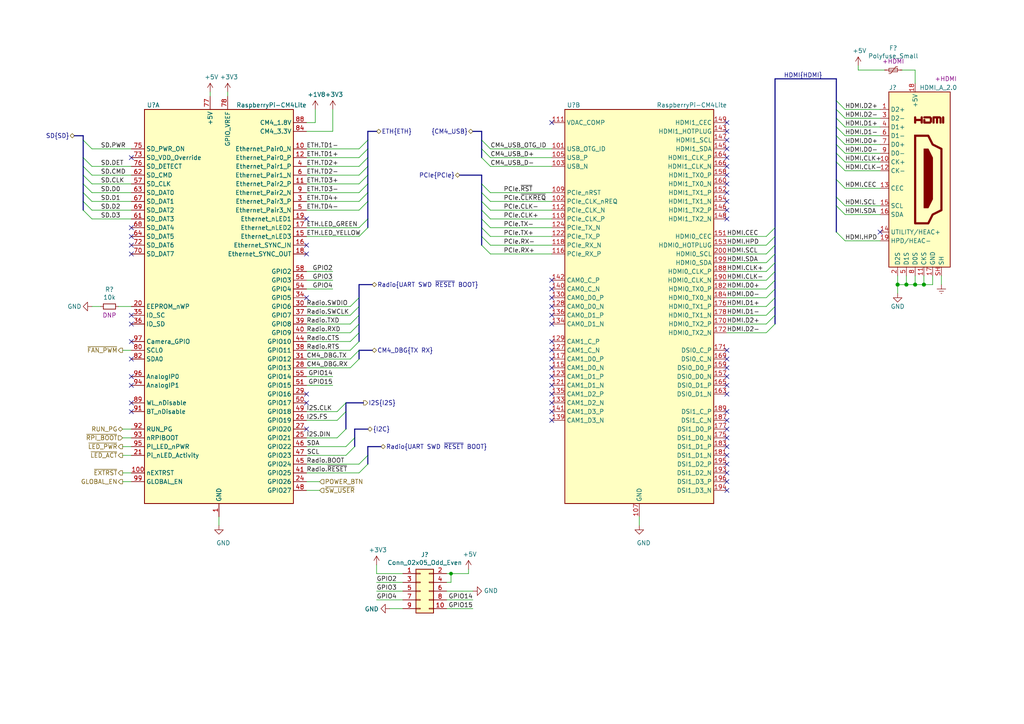
<source format=kicad_sch>
(kicad_sch (version 20201015) (generator eeschema)
  (paper "A4")
  (bus_alias "PCIe" (members "~RST" "~CLKREQ" "CLK+" "CLK-" "TX+" "TX-" "RX+" "RX-"))
  (bus_alias "HDMI" (members "D0+" "D0-" "D1+" "D1-" "D2+" "D2-" "CLK+" "CLK-" "CEC" "HPD" "SDA" "SCL"))
  (bus_alias "SD" (members "D[0..3]" "CMD" "CLK" "PWR" "DET"))
  (bus_alias "UART" (members "TXD" "RXD" "CTS" "RTS"))
  (junction (at 130.81 166.37) (diameter 0.9144))
  (junction (at 260.35 82.55) (diameter 1.016))
  (junction (at 262.89 82.55) (diameter 1.016))
  (junction (at 265.43 82.55) (diameter 1.016))
  (junction (at 267.97 82.55) (diameter 1.016))
  (no_connect (at 38.1 109.22))
  (no_connect (at 38.1 45.72))
  (no_connect (at 210.82 142.24))
  (no_connect (at 160.02 101.6))
  (no_connect (at 210.82 137.16))
  (no_connect (at 210.82 43.18))
  (no_connect (at 88.9 116.84))
  (no_connect (at 88.9 63.5))
  (no_connect (at 160.02 111.76))
  (no_connect (at 210.82 114.3))
  (no_connect (at 38.1 119.38))
  (no_connect (at 160.02 119.38))
  (no_connect (at 210.82 127))
  (no_connect (at 210.82 104.14))
  (no_connect (at 160.02 106.68))
  (no_connect (at 210.82 134.62))
  (no_connect (at 38.1 71.12))
  (no_connect (at 88.9 73.66))
  (no_connect (at 210.82 55.88))
  (no_connect (at 160.02 91.44))
  (no_connect (at 210.82 53.34))
  (no_connect (at 210.82 58.42))
  (no_connect (at 210.82 106.68))
  (no_connect (at 38.1 99.06))
  (no_connect (at 38.1 91.44))
  (no_connect (at 88.9 71.12))
  (no_connect (at 210.82 101.6))
  (no_connect (at 160.02 104.14))
  (no_connect (at 160.02 114.3))
  (no_connect (at 38.1 66.04))
  (no_connect (at 210.82 129.54))
  (no_connect (at 160.02 35.56))
  (no_connect (at 38.1 73.66))
  (no_connect (at 210.82 139.7))
  (no_connect (at 38.1 93.98))
  (no_connect (at 210.82 124.46))
  (no_connect (at 210.82 35.56))
  (no_connect (at 210.82 63.5))
  (no_connect (at 160.02 109.22))
  (no_connect (at 38.1 111.76))
  (no_connect (at 210.82 60.96))
  (no_connect (at 160.02 93.98))
  (no_connect (at 255.27 67.31))
  (no_connect (at 38.1 68.58))
  (no_connect (at 210.82 40.64))
  (no_connect (at 210.82 50.8))
  (no_connect (at 160.02 86.36))
  (no_connect (at 160.02 88.9))
  (no_connect (at 160.02 83.82))
  (no_connect (at 88.9 124.46))
  (no_connect (at 160.02 116.84))
  (no_connect (at 38.1 104.14))
  (no_connect (at 210.82 48.26))
  (no_connect (at 210.82 132.08))
  (no_connect (at 88.9 86.36))
  (no_connect (at 210.82 45.72))
  (no_connect (at 88.9 114.3))
  (no_connect (at 210.82 111.76))
  (no_connect (at 210.82 109.22))
  (no_connect (at 210.82 38.1))
  (no_connect (at 160.02 81.28))
  (no_connect (at 160.02 121.92))
  (no_connect (at 160.02 99.06))
  (no_connect (at 210.82 119.38))
  (no_connect (at 38.1 116.84))
  (no_connect (at 210.82 121.92))
  (bus_entry (at 24.13 40.64) (size 2.54 2.54) (stroke (width 0.1524)))
  (bus_entry (at 24.13 45.72) (size 2.54 2.54) (stroke (width 0.1524)))
  (bus_entry (at 24.13 48.26) (size 2.54 2.54) (stroke (width 0.1524)))
  (bus_entry (at 24.13 50.8) (size 2.54 2.54) (stroke (width 0.1524)))
  (bus_entry (at 24.13 53.34) (size 2.54 2.54) (stroke (width 0.1524)))
  (bus_entry (at 24.13 55.88) (size 2.54 2.54) (stroke (width 0.1524)))
  (bus_entry (at 24.13 58.42) (size 2.54 2.54) (stroke (width 0.1524)))
  (bus_entry (at 24.13 60.96) (size 2.54 2.54) (stroke (width 0.1524)))
  (bus_entry (at 100.33 116.84) (size -2.54 2.54) (stroke (width 0.1524)))
  (bus_entry (at 100.33 119.38) (size -2.54 2.54) (stroke (width 0.1524)))
  (bus_entry (at 100.33 124.46) (size -2.54 2.54) (stroke (width 0.1524)))
  (bus_entry (at 102.87 127) (size -2.54 2.54) (stroke (width 0.1524)))
  (bus_entry (at 102.87 129.54) (size -2.54 2.54) (stroke (width 0.1524)))
  (bus_entry (at 104.14 43.18) (size 2.54 -2.54) (stroke (width 0.1524)))
  (bus_entry (at 104.14 45.72) (size 2.54 -2.54) (stroke (width 0.1524)))
  (bus_entry (at 104.14 48.26) (size 2.54 -2.54) (stroke (width 0.1524)))
  (bus_entry (at 104.14 50.8) (size 2.54 -2.54) (stroke (width 0.1524)))
  (bus_entry (at 104.14 53.34) (size 2.54 -2.54) (stroke (width 0.1524)))
  (bus_entry (at 104.14 55.88) (size 2.54 -2.54) (stroke (width 0.1524)))
  (bus_entry (at 104.14 58.42) (size 2.54 -2.54) (stroke (width 0.1524)))
  (bus_entry (at 104.14 60.96) (size 2.54 -2.54) (stroke (width 0.1524)))
  (bus_entry (at 104.14 66.04) (size 2.54 -2.54) (stroke (width 0.1524)))
  (bus_entry (at 104.14 68.58) (size 2.54 -2.54) (stroke (width 0.1524)))
  (bus_entry (at 104.14 86.36) (size -2.54 2.54) (stroke (width 0.1524)))
  (bus_entry (at 104.14 88.9) (size -2.54 2.54) (stroke (width 0.1524)))
  (bus_entry (at 104.14 91.44) (size -2.54 2.54) (stroke (width 0.1524)))
  (bus_entry (at 104.14 93.98) (size -2.54 2.54) (stroke (width 0.1524)))
  (bus_entry (at 104.14 96.52) (size -2.54 2.54) (stroke (width 0.1524)))
  (bus_entry (at 104.14 99.06) (size -2.54 2.54) (stroke (width 0.1524)))
  (bus_entry (at 104.14 101.6) (size -2.54 2.54) (stroke (width 0.1524)))
  (bus_entry (at 104.14 104.14) (size -2.54 2.54) (stroke (width 0.1524)))
  (bus_entry (at 106.68 132.08) (size -2.54 2.54) (stroke (width 0.1524)))
  (bus_entry (at 106.68 134.62) (size -2.54 2.54) (stroke (width 0.1524)))
  (bus_entry (at 139.7 40.64) (size 2.54 2.54) (stroke (width 0.1524)))
  (bus_entry (at 139.7 43.18) (size 2.54 2.54) (stroke (width 0.1524)))
  (bus_entry (at 139.7 45.72) (size 2.54 2.54) (stroke (width 0.1524)))
  (bus_entry (at 139.7 53.34) (size 2.54 2.54) (stroke (width 0.1524)))
  (bus_entry (at 139.7 55.88) (size 2.54 2.54) (stroke (width 0.1524)))
  (bus_entry (at 139.7 58.42) (size 2.54 2.54) (stroke (width 0.1524)))
  (bus_entry (at 139.7 60.96) (size 2.54 2.54) (stroke (width 0.1524)))
  (bus_entry (at 139.7 63.5) (size 2.54 2.54) (stroke (width 0.1524)))
  (bus_entry (at 139.7 66.04) (size 2.54 2.54) (stroke (width 0.1524)))
  (bus_entry (at 139.7 68.58) (size 2.54 2.54) (stroke (width 0.1524)))
  (bus_entry (at 139.7 71.12) (size 2.54 2.54) (stroke (width 0.1524)))
  (bus_entry (at 224.79 66.04) (size -2.54 2.54) (stroke (width 0.1524)))
  (bus_entry (at 224.79 68.58) (size -2.54 2.54) (stroke (width 0.1524)))
  (bus_entry (at 224.79 71.12) (size -2.54 2.54) (stroke (width 0.1524)))
  (bus_entry (at 224.79 73.66) (size -2.54 2.54) (stroke (width 0.1524)))
  (bus_entry (at 224.79 76.2) (size -2.54 2.54) (stroke (width 0.1524)))
  (bus_entry (at 224.79 78.74) (size -2.54 2.54) (stroke (width 0.1524)))
  (bus_entry (at 224.79 81.28) (size -2.54 2.54) (stroke (width 0.1524)))
  (bus_entry (at 224.79 83.82) (size -2.54 2.54) (stroke (width 0.1524)))
  (bus_entry (at 224.79 86.36) (size -2.54 2.54) (stroke (width 0.1524)))
  (bus_entry (at 224.79 88.9) (size -2.54 2.54) (stroke (width 0.1524)))
  (bus_entry (at 224.79 91.44) (size -2.54 2.54) (stroke (width 0.1524)))
  (bus_entry (at 224.79 93.98) (size -2.54 2.54) (stroke (width 0.1524)))
  (bus_entry (at 242.57 29.21) (size 2.54 2.54) (stroke (width 0.1524)))
  (bus_entry (at 242.57 31.75) (size 2.54 2.54) (stroke (width 0.1524)))
  (bus_entry (at 242.57 34.29) (size 2.54 2.54) (stroke (width 0.1524)))
  (bus_entry (at 242.57 36.83) (size 2.54 2.54) (stroke (width 0.1524)))
  (bus_entry (at 242.57 39.37) (size 2.54 2.54) (stroke (width 0.1524)))
  (bus_entry (at 242.57 41.91) (size 2.54 2.54) (stroke (width 0.1524)))
  (bus_entry (at 242.57 44.45) (size 2.54 2.54) (stroke (width 0.1524)))
  (bus_entry (at 242.57 46.99) (size 2.54 2.54) (stroke (width 0.1524)))
  (bus_entry (at 242.57 52.07) (size 2.54 2.54) (stroke (width 0.1524)))
  (bus_entry (at 242.57 57.15) (size 2.54 2.54) (stroke (width 0.1524)))
  (bus_entry (at 242.57 59.69) (size 2.54 2.54) (stroke (width 0.1524)))
  (bus_entry (at 242.57 67.31) (size 2.54 2.54) (stroke (width 0.1524)))
  (wire (pts (xy 26.67 43.18) (xy 38.1 43.18)))
  (wire (pts (xy 26.67 48.26) (xy 38.1 48.26)))
  (wire (pts (xy 26.67 50.8) (xy 38.1 50.8)))
  (wire (pts (xy 26.67 53.34) (xy 38.1 53.34)))
  (wire (pts (xy 26.67 55.88) (xy 38.1 55.88)))
  (wire (pts (xy 26.67 58.42) (xy 38.1 58.42)))
  (wire (pts (xy 26.67 60.96) (xy 38.1 60.96)))
  (wire (pts (xy 26.67 63.5) (xy 38.1 63.5)))
  (wire (pts (xy 26.67 88.9) (xy 29.21 88.9)))
  (wire (pts (xy 34.29 88.9) (xy 38.1 88.9)))
  (wire (pts (xy 35.56 101.6) (xy 38.1 101.6)))
  (wire (pts (xy 35.56 124.46) (xy 38.1 124.46)))
  (wire (pts (xy 35.56 127) (xy 38.1 127)))
  (wire (pts (xy 35.56 129.54) (xy 38.1 129.54)))
  (wire (pts (xy 35.56 132.08) (xy 38.1 132.08)))
  (wire (pts (xy 35.56 137.16) (xy 38.1 137.16)))
  (wire (pts (xy 35.56 139.7) (xy 38.1 139.7)))
  (wire (pts (xy 60.96 26.67) (xy 60.96 27.94)))
  (wire (pts (xy 63.5 149.86) (xy 63.5 152.4)))
  (wire (pts (xy 66.04 26.67) (xy 66.04 27.94)))
  (wire (pts (xy 88.9 35.56) (xy 91.44 35.56)))
  (wire (pts (xy 88.9 38.1) (xy 96.52 38.1)))
  (wire (pts (xy 88.9 43.18) (xy 104.14 43.18)))
  (wire (pts (xy 88.9 45.72) (xy 104.14 45.72)))
  (wire (pts (xy 88.9 48.26) (xy 104.14 48.26)))
  (wire (pts (xy 88.9 50.8) (xy 104.14 50.8)))
  (wire (pts (xy 88.9 53.34) (xy 104.14 53.34)))
  (wire (pts (xy 88.9 55.88) (xy 104.14 55.88)))
  (wire (pts (xy 88.9 58.42) (xy 104.14 58.42)))
  (wire (pts (xy 88.9 60.96) (xy 104.14 60.96)))
  (wire (pts (xy 88.9 66.04) (xy 104.14 66.04)))
  (wire (pts (xy 88.9 68.58) (xy 104.14 68.58)))
  (wire (pts (xy 88.9 88.9) (xy 101.6 88.9)))
  (wire (pts (xy 88.9 91.44) (xy 101.6 91.44)))
  (wire (pts (xy 88.9 93.98) (xy 101.6 93.98)))
  (wire (pts (xy 88.9 96.52) (xy 101.6 96.52)))
  (wire (pts (xy 88.9 99.06) (xy 101.6 99.06)))
  (wire (pts (xy 88.9 101.6) (xy 101.6 101.6)))
  (wire (pts (xy 88.9 104.14) (xy 101.6 104.14)))
  (wire (pts (xy 88.9 106.68) (xy 101.6 106.68)))
  (wire (pts (xy 88.9 109.22) (xy 96.52 109.22)))
  (wire (pts (xy 88.9 111.76) (xy 96.52 111.76)))
  (wire (pts (xy 88.9 119.38) (xy 97.79 119.38)))
  (wire (pts (xy 88.9 121.92) (xy 97.79 121.92)))
  (wire (pts (xy 88.9 127) (xy 97.79 127)))
  (wire (pts (xy 88.9 129.54) (xy 100.33 129.54)))
  (wire (pts (xy 88.9 132.08) (xy 100.33 132.08)))
  (wire (pts (xy 88.9 134.62) (xy 104.14 134.62)))
  (wire (pts (xy 88.9 137.16) (xy 104.14 137.16)))
  (wire (pts (xy 88.9 139.7) (xy 92.71 139.7)))
  (wire (pts (xy 88.9 142.24) (xy 92.71 142.24)))
  (wire (pts (xy 91.44 35.56) (xy 91.44 31.75)))
  (wire (pts (xy 96.52 38.1) (xy 96.52 31.75)))
  (wire (pts (xy 96.52 78.74) (xy 88.9 78.74)))
  (wire (pts (xy 96.52 81.28) (xy 88.9 81.28)))
  (wire (pts (xy 96.52 83.82) (xy 88.9 83.82)))
  (wire (pts (xy 109.22 166.37) (xy 109.22 163.83)))
  (wire (pts (xy 109.22 168.91) (xy 116.84 168.91)))
  (wire (pts (xy 109.22 171.45) (xy 116.84 171.45)))
  (wire (pts (xy 109.22 173.99) (xy 116.84 173.99)))
  (wire (pts (xy 113.03 176.53) (xy 116.84 176.53)))
  (wire (pts (xy 116.84 166.37) (xy 109.22 166.37)))
  (wire (pts (xy 129.54 166.37) (xy 130.81 166.37)))
  (wire (pts (xy 129.54 168.91) (xy 130.81 168.91)))
  (wire (pts (xy 129.54 171.45) (xy 137.16 171.45)))
  (wire (pts (xy 129.54 173.99) (xy 137.16 173.99)))
  (wire (pts (xy 129.54 176.53) (xy 137.16 176.53)))
  (wire (pts (xy 130.81 166.37) (xy 135.89 166.37)))
  (wire (pts (xy 130.81 168.91) (xy 130.81 166.37)))
  (wire (pts (xy 135.89 166.37) (xy 135.89 165.1)))
  (wire (pts (xy 142.24 43.18) (xy 160.02 43.18)))
  (wire (pts (xy 142.24 45.72) (xy 160.02 45.72)))
  (wire (pts (xy 142.24 48.26) (xy 160.02 48.26)))
  (wire (pts (xy 142.24 55.88) (xy 160.02 55.88)))
  (wire (pts (xy 142.24 58.42) (xy 160.02 58.42)))
  (wire (pts (xy 142.24 60.96) (xy 160.02 60.96)))
  (wire (pts (xy 142.24 63.5) (xy 160.02 63.5)))
  (wire (pts (xy 142.24 66.04) (xy 160.02 66.04)))
  (wire (pts (xy 142.24 68.58) (xy 160.02 68.58)))
  (wire (pts (xy 142.24 71.12) (xy 160.02 71.12)))
  (wire (pts (xy 142.24 73.66) (xy 160.02 73.66)))
  (wire (pts (xy 185.42 149.86) (xy 185.42 152.4)))
  (wire (pts (xy 210.82 68.58) (xy 222.25 68.58)))
  (wire (pts (xy 210.82 71.12) (xy 222.25 71.12)))
  (wire (pts (xy 210.82 73.66) (xy 222.25 73.66)))
  (wire (pts (xy 210.82 76.2) (xy 222.25 76.2)))
  (wire (pts (xy 210.82 78.74) (xy 222.25 78.74)))
  (wire (pts (xy 210.82 81.28) (xy 222.25 81.28)))
  (wire (pts (xy 210.82 83.82) (xy 222.25 83.82)))
  (wire (pts (xy 210.82 86.36) (xy 222.25 86.36)))
  (wire (pts (xy 210.82 88.9) (xy 222.25 88.9)))
  (wire (pts (xy 210.82 91.44) (xy 222.25 91.44)))
  (wire (pts (xy 210.82 93.98) (xy 222.25 93.98)))
  (wire (pts (xy 210.82 96.52) (xy 222.25 96.52)))
  (wire (pts (xy 245.11 31.75) (xy 255.27 31.75)))
  (wire (pts (xy 245.11 34.29) (xy 255.27 34.29)))
  (wire (pts (xy 245.11 36.83) (xy 255.27 36.83)))
  (wire (pts (xy 245.11 39.37) (xy 255.27 39.37)))
  (wire (pts (xy 245.11 41.91) (xy 255.27 41.91)))
  (wire (pts (xy 245.11 44.45) (xy 255.27 44.45)))
  (wire (pts (xy 245.11 46.99) (xy 255.27 46.99)))
  (wire (pts (xy 245.11 49.53) (xy 255.27 49.53)))
  (wire (pts (xy 245.11 54.61) (xy 255.27 54.61)))
  (wire (pts (xy 245.11 59.69) (xy 255.27 59.69)))
  (wire (pts (xy 245.11 62.23) (xy 255.27 62.23)))
  (wire (pts (xy 245.11 69.85) (xy 255.27 69.85)))
  (wire (pts (xy 248.92 20.32) (xy 248.92 19.05)))
  (wire (pts (xy 256.54 20.32) (xy 248.92 20.32)))
  (wire (pts (xy 260.35 80.01) (xy 260.35 82.55)))
  (wire (pts (xy 260.35 82.55) (xy 260.35 85.09)))
  (wire (pts (xy 260.35 82.55) (xy 262.89 82.55)))
  (wire (pts (xy 262.89 82.55) (xy 262.89 80.01)))
  (wire (pts (xy 262.89 82.55) (xy 265.43 82.55)))
  (wire (pts (xy 265.43 20.32) (xy 261.62 20.32)))
  (wire (pts (xy 265.43 24.13) (xy 265.43 20.32)))
  (wire (pts (xy 265.43 82.55) (xy 265.43 80.01)))
  (wire (pts (xy 265.43 82.55) (xy 267.97 82.55)))
  (wire (pts (xy 267.97 82.55) (xy 267.97 80.01)))
  (wire (pts (xy 267.97 82.55) (xy 270.51 82.55)))
  (wire (pts (xy 270.51 82.55) (xy 270.51 80.01)))
  (wire (pts (xy 273.05 82.55) (xy 273.05 80.01)))
  (bus (pts (xy 21.59 39.37) (xy 24.13 39.37)))
  (bus (pts (xy 24.13 40.64) (xy 24.13 39.37)))
  (bus (pts (xy 24.13 45.72) (xy 24.13 40.64)))
  (bus (pts (xy 24.13 48.26) (xy 24.13 45.72)))
  (bus (pts (xy 24.13 50.8) (xy 24.13 48.26)))
  (bus (pts (xy 24.13 53.34) (xy 24.13 50.8)))
  (bus (pts (xy 24.13 55.88) (xy 24.13 53.34)))
  (bus (pts (xy 24.13 58.42) (xy 24.13 55.88)))
  (bus (pts (xy 24.13 60.96) (xy 24.13 58.42)))
  (bus (pts (xy 100.33 116.84) (xy 100.33 119.38)))
  (bus (pts (xy 100.33 119.38) (xy 100.33 124.46)))
  (bus (pts (xy 102.87 124.46) (xy 102.87 127)))
  (bus (pts (xy 102.87 127) (xy 102.87 129.54)))
  (bus (pts (xy 104.14 82.55) (xy 104.14 86.36)))
  (bus (pts (xy 104.14 86.36) (xy 104.14 88.9)))
  (bus (pts (xy 104.14 88.9) (xy 104.14 91.44)))
  (bus (pts (xy 104.14 91.44) (xy 104.14 93.98)))
  (bus (pts (xy 104.14 93.98) (xy 104.14 96.52)))
  (bus (pts (xy 104.14 96.52) (xy 104.14 99.06)))
  (bus (pts (xy 104.14 101.6) (xy 107.95 101.6)))
  (bus (pts (xy 104.14 104.14) (xy 104.14 101.6)))
  (bus (pts (xy 105.41 116.84) (xy 100.33 116.84)))
  (bus (pts (xy 106.68 38.1) (xy 109.22 38.1)))
  (bus (pts (xy 106.68 40.64) (xy 106.68 38.1)))
  (bus (pts (xy 106.68 43.18) (xy 106.68 40.64)))
  (bus (pts (xy 106.68 45.72) (xy 106.68 43.18)))
  (bus (pts (xy 106.68 48.26) (xy 106.68 45.72)))
  (bus (pts (xy 106.68 50.8) (xy 106.68 48.26)))
  (bus (pts (xy 106.68 53.34) (xy 106.68 50.8)))
  (bus (pts (xy 106.68 55.88) (xy 106.68 53.34)))
  (bus (pts (xy 106.68 58.42) (xy 106.68 55.88)))
  (bus (pts (xy 106.68 63.5) (xy 106.68 58.42)))
  (bus (pts (xy 106.68 66.04) (xy 106.68 63.5)))
  (bus (pts (xy 106.68 124.46) (xy 102.87 124.46)))
  (bus (pts (xy 106.68 129.54) (xy 106.68 132.08)))
  (bus (pts (xy 106.68 132.08) (xy 106.68 134.62)))
  (bus (pts (xy 107.95 82.55) (xy 104.14 82.55)))
  (bus (pts (xy 110.49 129.54) (xy 106.68 129.54)))
  (bus (pts (xy 133.35 50.8) (xy 139.7 50.8)))
  (bus (pts (xy 137.16 38.1) (xy 139.7 38.1)))
  (bus (pts (xy 139.7 40.64) (xy 139.7 38.1)))
  (bus (pts (xy 139.7 40.64) (xy 139.7 43.18)))
  (bus (pts (xy 139.7 43.18) (xy 139.7 45.72)))
  (bus (pts (xy 139.7 53.34) (xy 139.7 50.8)))
  (bus (pts (xy 139.7 53.34) (xy 139.7 55.88)))
  (bus (pts (xy 139.7 55.88) (xy 139.7 58.42)))
  (bus (pts (xy 139.7 58.42) (xy 139.7 60.96)))
  (bus (pts (xy 139.7 60.96) (xy 139.7 63.5)))
  (bus (pts (xy 139.7 63.5) (xy 139.7 66.04)))
  (bus (pts (xy 139.7 66.04) (xy 139.7 68.58)))
  (bus (pts (xy 139.7 68.58) (xy 139.7 71.12)))
  (bus (pts (xy 224.79 22.86) (xy 224.79 66.04)))
  (bus (pts (xy 224.79 66.04) (xy 224.79 68.58)))
  (bus (pts (xy 224.79 68.58) (xy 224.79 71.12)))
  (bus (pts (xy 224.79 71.12) (xy 224.79 73.66)))
  (bus (pts (xy 224.79 73.66) (xy 224.79 76.2)))
  (bus (pts (xy 224.79 76.2) (xy 224.79 78.74)))
  (bus (pts (xy 224.79 78.74) (xy 224.79 81.28)))
  (bus (pts (xy 224.79 81.28) (xy 224.79 83.82)))
  (bus (pts (xy 224.79 83.82) (xy 224.79 86.36)))
  (bus (pts (xy 224.79 86.36) (xy 224.79 88.9)))
  (bus (pts (xy 224.79 88.9) (xy 224.79 91.44)))
  (bus (pts (xy 224.79 91.44) (xy 224.79 93.98)))
  (bus (pts (xy 242.57 22.86) (xy 224.79 22.86)))
  (bus (pts (xy 242.57 29.21) (xy 242.57 22.86)))
  (bus (pts (xy 242.57 31.75) (xy 242.57 29.21)))
  (bus (pts (xy 242.57 34.29) (xy 242.57 31.75)))
  (bus (pts (xy 242.57 36.83) (xy 242.57 34.29)))
  (bus (pts (xy 242.57 39.37) (xy 242.57 36.83)))
  (bus (pts (xy 242.57 41.91) (xy 242.57 39.37)))
  (bus (pts (xy 242.57 44.45) (xy 242.57 41.91)))
  (bus (pts (xy 242.57 46.99) (xy 242.57 44.45)))
  (bus (pts (xy 242.57 52.07) (xy 242.57 46.99)))
  (bus (pts (xy 242.57 57.15) (xy 242.57 52.07)))
  (bus (pts (xy 242.57 59.69) (xy 242.57 57.15)))
  (bus (pts (xy 242.57 67.31) (xy 242.57 59.69)))
  (label "SD.PWR" (at 29.21 43.18 0))
  (label "SD.DET" (at 29.21 48.26 0))
  (label "SD.CMD" (at 29.21 50.8 0))
  (label "SD.CLK" (at 29.21 53.34 0))
  (label "SD.D0" (at 29.21 55.88 0))
  (label "SD.D1" (at 29.21 58.42 0))
  (label "SD.D2" (at 29.21 60.96 0))
  (label "SD.D3" (at 29.21 63.5 0))
  (label "ETH.TD1-" (at 88.9 43.18 0))
  (label "ETH.TD1+" (at 88.9 45.72 0))
  (label "ETH.TD2+" (at 88.9 48.26 0))
  (label "ETH.TD2-" (at 88.9 50.8 0))
  (label "ETH.TD3+" (at 88.9 53.34 0))
  (label "ETH.TD3-" (at 88.9 55.88 0))
  (label "ETH.TD4+" (at 88.9 58.42 0))
  (label "ETH.TD4-" (at 88.9 60.96 0))
  (label "ETH.LED_GREEN" (at 88.9 66.04 0))
  (label "ETH.LED_YELLOW" (at 88.9 68.58 0))
  (label "Radio.SWDIO" (at 88.9 88.9 0))
  (label "Radio.SWCLK" (at 88.9 91.44 0))
  (label "Radio.TXD" (at 88.9 93.98 0))
  (label "Radio.RXD" (at 88.9 96.52 0))
  (label "Radio.CTS" (at 88.9 99.06 0))
  (label "Radio.RTS" (at 88.9 101.6 0))
  (label "CM4_DBG.TX" (at 88.9 104.14 0))
  (label "CM4_DBG.RX" (at 88.9 106.68 0))
  (label "I2S.CLK" (at 88.9 119.38 0))
  (label "I2S.FS" (at 88.9 121.92 0))
  (label "I2S.DIN" (at 88.9 127 0))
  (label "Radio.BOOT" (at 88.9 134.62 0))
  (label "Radio.~RESET" (at 88.9 137.16 0))
  (label "SDA" (at 92.71 129.54 180))
  (label "SCL" (at 92.71 132.08 180))
  (label "GPIO2" (at 96.52 78.74 180))
  (label "GPIO3" (at 96.52 81.28 180))
  (label "GPIO4" (at 96.52 83.82 180))
  (label "GPIO14" (at 96.52 109.22 180))
  (label "GPIO15" (at 96.52 111.76 180))
  (label "GPIO2" (at 109.22 168.91 0))
  (label "GPIO3" (at 109.22 171.45 0))
  (label "GPIO4" (at 109.22 173.99 0))
  (label "GPIO14" (at 137.16 173.99 180))
  (label "GPIO15" (at 137.16 176.53 180))
  (label "CM4_USB_OTG_ID" (at 142.24 43.18 0))
  (label "CM4_USB_D+" (at 142.24 45.72 0))
  (label "CM4_USB_D-" (at 142.24 48.26 0))
  (label "PCIe.~RST" (at 146.05 55.88 0))
  (label "PCIe.~CLKREQ" (at 146.05 58.42 0))
  (label "PCIe.CLK-" (at 146.05 60.96 0))
  (label "PCIe.CLK+" (at 146.05 63.5 0))
  (label "PCIe.TX-" (at 146.05 66.04 0))
  (label "PCIe.TX+" (at 146.05 68.58 0))
  (label "PCIe.RX-" (at 146.05 71.12 0))
  (label "PCIe.RX+" (at 146.05 73.66 0))
  (label "HDMI.CEC" (at 210.82 68.58 0))
  (label "HDMI.HPD" (at 210.82 71.12 0))
  (label "HDMI.SCL" (at 210.82 73.66 0))
  (label "HDMI.SDA" (at 210.82 76.2 0))
  (label "HDMI.CLK+" (at 210.82 78.74 0))
  (label "HDMI.CLK-" (at 210.82 81.28 0))
  (label "HDMI.D0+" (at 210.82 83.82 0))
  (label "HDMI.D0-" (at 210.82 86.36 0))
  (label "HDMI.D1+" (at 210.82 88.9 0))
  (label "HDMI.D1-" (at 210.82 91.44 0))
  (label "HDMI.D2+" (at 210.82 93.98 0))
  (label "HDMI.D2-" (at 210.82 96.52 0))
  (label "HDMI{HDMI}" (at 227.33 22.86 0))
  (label "HDMI.D2+" (at 245.11 31.75 0))
  (label "HDMI.D2-" (at 245.11 34.29 0))
  (label "HDMI.D1+" (at 245.11 36.83 0))
  (label "HDMI.D1-" (at 245.11 39.37 0))
  (label "HDMI.D0+" (at 245.11 41.91 0))
  (label "HDMI.D0-" (at 245.11 44.45 0))
  (label "HDMI.CLK+" (at 245.11 46.99 0))
  (label "HDMI.CLK-" (at 245.11 49.53 0))
  (label "HDMI.CEC" (at 245.11 54.61 0))
  (label "HDMI.SCL" (at 245.11 59.69 0))
  (label "HDMI.SDA" (at 245.11 62.23 0))
  (label "HDMI.HPD" (at 245.11 69.85 0))
  (hierarchical_label "SD{SD}" (shape bidirectional) (at 21.59 39.37 180))
  (hierarchical_label "~FAN_PWM" (shape output) (at 35.56 101.6 180))
  (hierarchical_label "RUN_PG" (shape bidirectional) (at 35.56 124.46 180))
  (hierarchical_label "~RPI_BOOT" (shape input) (at 35.56 127 180))
  (hierarchical_label "~LED_PWR" (shape output) (at 35.56 129.54 180))
  (hierarchical_label "~LED_ACT" (shape output) (at 35.56 132.08 180))
  (hierarchical_label "~EXTRST" (shape output) (at 35.56 137.16 180))
  (hierarchical_label "GLOBAL_EN" (shape output) (at 35.56 139.7 180))
  (hierarchical_label "POWER_BTN" (shape input) (at 92.71 139.7 0))
  (hierarchical_label "~SW_USER" (shape input) (at 92.71 142.24 0))
  (hierarchical_label "I2S{I2S}" (shape output) (at 105.41 116.84 0))
  (hierarchical_label "{I2C}" (shape bidirectional) (at 106.68 124.46 0))
  (hierarchical_label "Radio{UART SWD ~RESET BOOT}" (shape bidirectional) (at 107.95 82.55 0))
  (hierarchical_label "CM4_DBG{TX RX}" (shape bidirectional) (at 107.95 101.6 0))
  (hierarchical_label "ETH{ETH}" (shape bidirectional) (at 109.22 38.1 0))
  (hierarchical_label "Radio{UART SWD ~RESET BOOT}" (shape bidirectional) (at 110.49 129.54 0))
  (hierarchical_label "PCIe{PCIe}" (shape bidirectional) (at 133.35 50.8 180))
  (hierarchical_label "{CM4_USB}" (shape bidirectional) (at 137.16 38.1 180))
  (symbol (lib_id "power:+5V") (at 60.96 26.67 0) (unit 1)
    (property "Reference" "#PWR?" (effects hide))
    (property "Value" "+5V" (at 61.3283 22.3456 0))
  )
  (symbol (lib_id "power:+3V3") (at 66.04 26.67 0) (unit 1)
    (property "Reference" "#PWR?" (effects hide))
    (property "Value" "+3V3" (at 66.4083 22.3456 0))
  )
  (symbol (lib_id "power:+1V8") (at 91.44 31.75 0) (unit 1)
    (property "Reference" "#PWR?" (effects hide))
    (property "Value" "+1V8" (at 91.8083 27.4256 0))
  )
  (symbol (lib_id "power:+3V3") (at 96.52 31.75 0) (unit 1)
    (property "Reference" "#PWR?" (effects hide))
    (property "Value" "+3V3" (at 96.8883 27.4256 0))
  )
  (symbol (lib_id "power:+3V3") (at 109.22 163.83 0) (unit 1)
    (property "Reference" "#PWR?" (effects hide))
    (property "Value" "+3V3" (at 109.5883 159.5056 0))
  )
  (symbol (lib_id "power:+5V") (at 135.89 165.1 0) (unit 1)
    (property "Reference" "#PWR?" (effects hide))
    (property "Value" "+5V" (at 136.2583 160.7756 0))
  )
  (symbol (lib_id "power:+5V") (at 248.92 19.05 0) (unit 1)
    (property "Reference" "#PWR?" (effects hide))
    (property "Value" "+5V" (at 249.2883 14.7256 0))
  )
  (symbol (lib_id "power:GND") (at 26.67 88.9 270) (unit 1)
    (property "Reference" "#PWR?" (effects hide))
    (property "Value" "GND" (at 21.59 88.9 90))
  )
  (symbol (lib_id "power:GND") (at 63.5 152.4 0) (unit 1)
    (property "Reference" "#PWR?" (effects hide))
    (property "Value" "GND" (at 64.77 157.48 0))
  )
  (symbol (lib_id "power:GND") (at 113.03 176.53 270) (unit 1)
    (property "Reference" "#PWR?" (effects hide))
    (property "Value" "GND" (at 109.855 176.6443 90) (effects (justify right)))
  )
  (symbol (lib_id "power:GND") (at 137.16 171.45 90) (unit 1)
    (property "Reference" "#PWR?" (effects hide))
    (property "Value" "GND" (at 140.3351 171.3357 90) (effects (justify right)))
  )
  (symbol (lib_id "power:GND") (at 185.42 152.4 0) (unit 1)
    (property "Reference" "#PWR?" (effects hide))
    (property "Value" "GND" (at 186.69 157.48 0))
  )
  (symbol (lib_id "power:GND") (at 260.35 85.09 0) (unit 1)
    (property "Reference" "#PWR?" (effects hide))
    (property "Value" "GND" (at 260.35 88.9 0))
  )
  (symbol (lib_id "power:Earth") (at 273.05 82.55 0) (unit 1)
    (property "Reference" "#PWR?" (effects hide))
    (property "Value" "Earth" (effects hide))
  )
  (symbol (lib_id "Device:R_Small") (at 31.75 88.9 90) (unit 1)
    (property "Reference" "R?" (at 31.75 83.9532 90))
    (property "Value" "10k" (at 31.75 86.252 90))
    (property "Config" "DNP" (at 31.75 91.44 90))
  )
  (symbol (lib_id "Device:Polyfuse_Small") (at 259.08 20.32 90) (unit 1)
    (property "Reference" "F?" (at 259.08 13.9508 90))
    (property "Value" "Polyfuse_Small" (at 259.08 16.2495 90))
    (property "Config" "+HDMI" (at 259.08 17.78 90))
  )
  (symbol (lib_id "Connector_Generic:Conn_02x05_Odd_Even") (at 121.92 171.45 0) (unit 1)
    (property "Reference" "J?" (at 123.19 160.8898 0))
    (property "Value" "Conn_02x05_Odd_Even" (at 123.19 163.1885 0))
  )
  (symbol (lib_id "Connector:HDMI_A_1.4") (at 265.43 52.07 0) (unit 1)
    (property "Reference" "J?" (at 257.81 25.4 0) (effects (justify left)))
    (property "Value" "HDMI_A_2.0" (at 266.7 25.4 0) (effects (justify left)))
    (property "Footprint" "LightBlue:HDMI_A_Molex_2086588131_Horizontal" (effects hide))
    (property "Datasheet" "https://en.wikipedia.org/wiki/HDMI" (effects hide))
    (property "Config" "+HDMI" (at 274.32 22.86 0))
  )
  (symbol (lib_name "LightBlue:RaspberryPi-CM4Lite_1") (lib_id "LightBlue:RaspberryPi-CM4Lite") (at 185.42 88.9 0) (unit 2)
    (property "Reference" "U?" (at 166.37 30.48 0))
    (property "Value" "RaspberryPi-CM4Lite" (at 200.66 30.48 0))
    (property "Footprint" "Module:RaspberryPi-CM4" (effects hide))
  )
  (symbol (lib_id "LightBlue:RaspberryPi-CM4Lite") (at 63.5 88.9 0) (unit 1)
    (property "Reference" "U?" (at 44.45 30.48 0))
    (property "Value" "RaspberryPi-CM4Lite" (at 78.74 30.48 0))
    (property "Footprint" "Module:RaspberryPi-CM4" (effects hide))
    (pin "76" (alternate "SD_DETECT"))
  )
)
</source>
